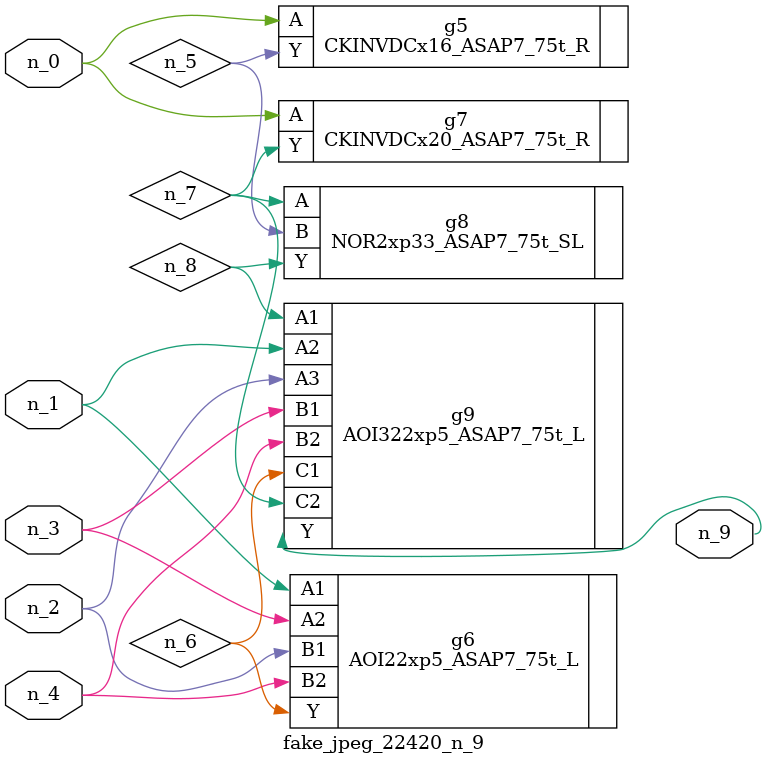
<source format=v>
module fake_jpeg_22420_n_9 (n_3, n_2, n_1, n_0, n_4, n_9);

input n_3;
input n_2;
input n_1;
input n_0;
input n_4;

output n_9;

wire n_8;
wire n_6;
wire n_5;
wire n_7;

CKINVDCx16_ASAP7_75t_R g5 ( 
.A(n_0),
.Y(n_5)
);

AOI22xp5_ASAP7_75t_L g6 ( 
.A1(n_1),
.A2(n_3),
.B1(n_2),
.B2(n_4),
.Y(n_6)
);

CKINVDCx20_ASAP7_75t_R g7 ( 
.A(n_0),
.Y(n_7)
);

NOR2xp33_ASAP7_75t_SL g8 ( 
.A(n_7),
.B(n_5),
.Y(n_8)
);

AOI322xp5_ASAP7_75t_L g9 ( 
.A1(n_8),
.A2(n_1),
.A3(n_2),
.B1(n_3),
.B2(n_4),
.C1(n_6),
.C2(n_7),
.Y(n_9)
);


endmodule
</source>
